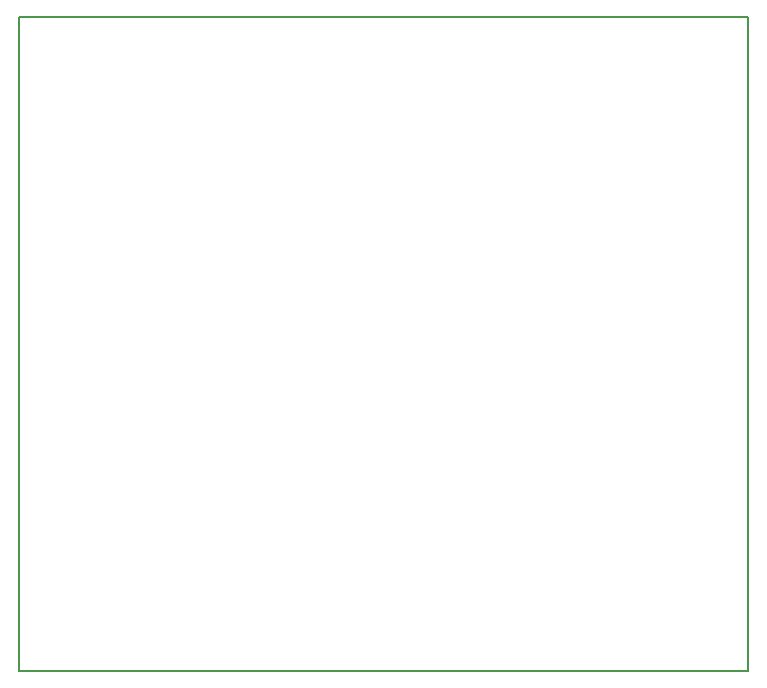
<source format=gm1>
G04 #@! TF.GenerationSoftware,KiCad,Pcbnew,(5.0.2)-1*
G04 #@! TF.CreationDate,2019-03-15T10:50:12+00:00*
G04 #@! TF.ProjectId,mixer,6d697865-722e-46b6-9963-61645f706362,rev?*
G04 #@! TF.SameCoordinates,Original*
G04 #@! TF.FileFunction,Profile,NP*
%FSLAX46Y46*%
G04 Gerber Fmt 4.6, Leading zero omitted, Abs format (unit mm)*
G04 Created by KiCad (PCBNEW (5.0.2)-1) date 15/03/2019 10:50:12*
%MOMM*%
%LPD*%
G01*
G04 APERTURE LIST*
%ADD10C,0.150000*%
G04 APERTURE END LIST*
D10*
X122047000Y-14859000D02*
X60325000Y-14859000D01*
X122047000Y-70231000D02*
X122047000Y-14859000D01*
X60325000Y-70231000D02*
X122047000Y-70231000D01*
X60325000Y-14859000D02*
X60325000Y-70231000D01*
M02*

</source>
